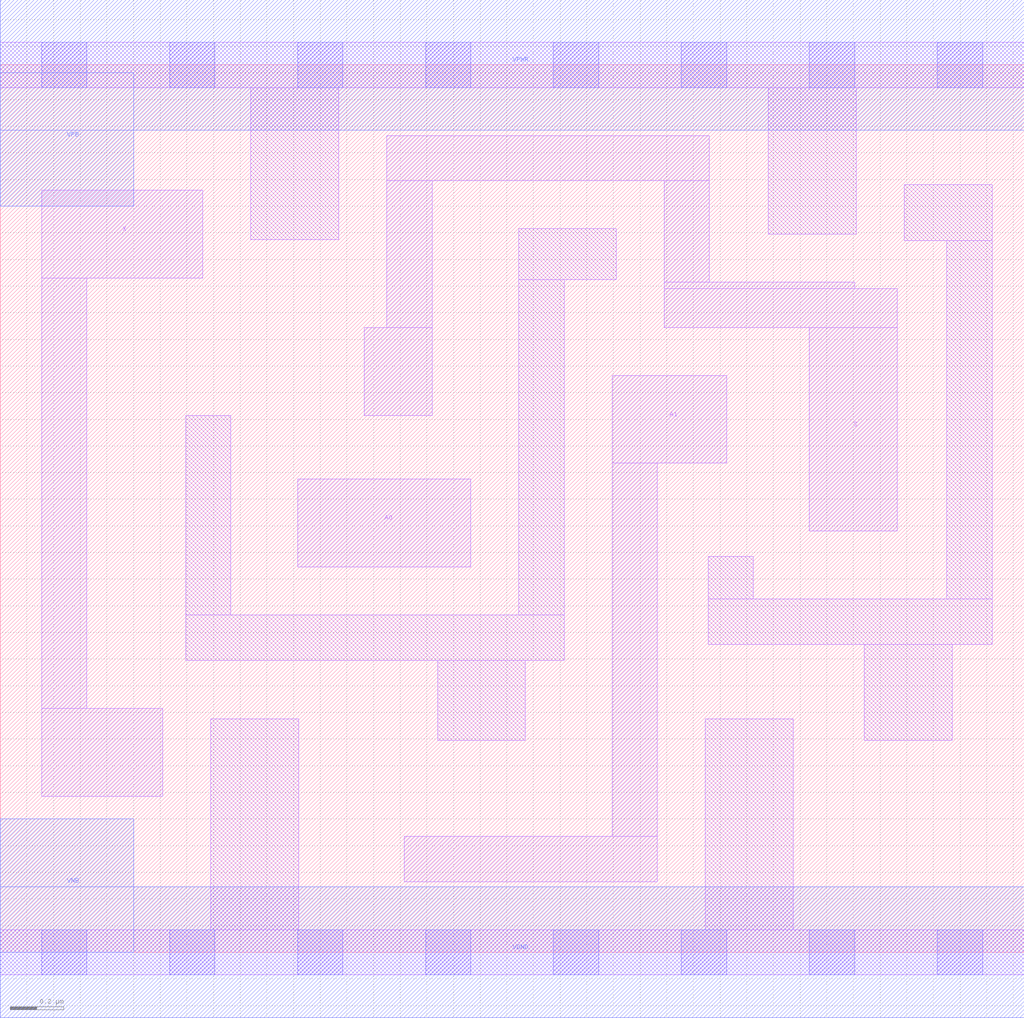
<source format=lef>
# Copyright 2020 The SkyWater PDK Authors
#
# Licensed under the Apache License, Version 2.0 (the "License");
# you may not use this file except in compliance with the License.
# You may obtain a copy of the License at
#
#     https://www.apache.org/licenses/LICENSE-2.0
#
# Unless required by applicable law or agreed to in writing, software
# distributed under the License is distributed on an "AS IS" BASIS,
# WITHOUT WARRANTIES OR CONDITIONS OF ANY KIND, either express or implied.
# See the License for the specific language governing permissions and
# limitations under the License.
#
# SPDX-License-Identifier: Apache-2.0

VERSION 5.5 ;
NAMESCASESENSITIVE ON ;
BUSBITCHARS "[]" ;
DIVIDERCHAR "/" ;
MACRO sky130_fd_sc_lp__mux2_m
  CLASS CORE ;
  SOURCE USER ;
  ORIGIN  0.000000  0.000000 ;
  SIZE  3.840000 BY  3.330000 ;
  SYMMETRY X Y R90 ;
  SITE unit ;
  PIN A0
    ANTENNAGATEAREA  0.126000 ;
    DIRECTION INPUT ;
    USE SIGNAL ;
    PORT
      LAYER li1 ;
        RECT 1.115000 1.445000 1.765000 1.775000 ;
    END
  END A0
  PIN A1
    ANTENNAGATEAREA  0.126000 ;
    DIRECTION INPUT ;
    USE SIGNAL ;
    PORT
      LAYER li1 ;
        RECT 1.515000 0.265000 2.465000 0.435000 ;
        RECT 2.295000 0.435000 2.465000 1.835000 ;
        RECT 2.295000 1.835000 2.725000 2.165000 ;
    END
  END A1
  PIN S
    ANTENNAGATEAREA  0.252000 ;
    DIRECTION INPUT ;
    USE SIGNAL ;
    PORT
      LAYER li1 ;
        RECT 1.365000 2.015000 1.620000 2.345000 ;
        RECT 1.450000 2.345000 1.620000 2.895000 ;
        RECT 1.450000 2.895000 2.660000 3.065000 ;
        RECT 2.490000 2.345000 3.365000 2.490000 ;
        RECT 2.490000 2.490000 3.205000 2.515000 ;
        RECT 2.490000 2.515000 2.660000 2.895000 ;
        RECT 3.035000 1.580000 3.365000 2.345000 ;
    END
  END S
  PIN X
    ANTENNADIFFAREA  0.231000 ;
    DIRECTION OUTPUT ;
    USE SIGNAL ;
    PORT
      LAYER li1 ;
        RECT 0.155000 0.585000 0.610000 0.915000 ;
        RECT 0.155000 0.915000 0.325000 2.530000 ;
        RECT 0.155000 2.530000 0.760000 2.860000 ;
    END
  END X
  PIN VGND
    DIRECTION INOUT ;
    USE GROUND ;
    PORT
      LAYER met1 ;
        RECT 0.000000 -0.245000 3.840000 0.245000 ;
    END
  END VGND
  PIN VNB
    DIRECTION INOUT ;
    USE GROUND ;
    PORT
      LAYER met1 ;
        RECT 0.000000 0.000000 0.500000 0.500000 ;
    END
  END VNB
  PIN VPB
    DIRECTION INOUT ;
    USE POWER ;
    PORT
      LAYER met1 ;
        RECT 0.000000 2.800000 0.500000 3.300000 ;
    END
  END VPB
  PIN VPWR
    DIRECTION INOUT ;
    USE POWER ;
    PORT
      LAYER met1 ;
        RECT 0.000000 3.085000 3.840000 3.575000 ;
    END
  END VPWR
  OBS
    LAYER li1 ;
      RECT 0.000000 -0.085000 3.840000 0.085000 ;
      RECT 0.000000  3.245000 3.840000 3.415000 ;
      RECT 0.695000  1.095000 2.115000 1.265000 ;
      RECT 0.695000  1.265000 0.865000 2.015000 ;
      RECT 0.790000  0.085000 1.120000 0.875000 ;
      RECT 0.940000  2.675000 1.270000 3.245000 ;
      RECT 1.640000  0.795000 1.970000 1.095000 ;
      RECT 1.945000  1.265000 2.115000 2.525000 ;
      RECT 1.945000  2.525000 2.310000 2.715000 ;
      RECT 2.645000  0.085000 2.975000 0.875000 ;
      RECT 2.655000  1.155000 3.720000 1.325000 ;
      RECT 2.655000  1.325000 2.825000 1.485000 ;
      RECT 2.880000  2.695000 3.210000 3.245000 ;
      RECT 3.240000  0.795000 3.570000 1.155000 ;
      RECT 3.390000  2.670000 3.720000 2.880000 ;
      RECT 3.550000  1.325000 3.720000 2.670000 ;
    LAYER mcon ;
      RECT 0.155000 -0.085000 0.325000 0.085000 ;
      RECT 0.155000  3.245000 0.325000 3.415000 ;
      RECT 0.635000 -0.085000 0.805000 0.085000 ;
      RECT 0.635000  3.245000 0.805000 3.415000 ;
      RECT 1.115000 -0.085000 1.285000 0.085000 ;
      RECT 1.115000  3.245000 1.285000 3.415000 ;
      RECT 1.595000 -0.085000 1.765000 0.085000 ;
      RECT 1.595000  3.245000 1.765000 3.415000 ;
      RECT 2.075000 -0.085000 2.245000 0.085000 ;
      RECT 2.075000  3.245000 2.245000 3.415000 ;
      RECT 2.555000 -0.085000 2.725000 0.085000 ;
      RECT 2.555000  3.245000 2.725000 3.415000 ;
      RECT 3.035000 -0.085000 3.205000 0.085000 ;
      RECT 3.035000  3.245000 3.205000 3.415000 ;
      RECT 3.515000 -0.085000 3.685000 0.085000 ;
      RECT 3.515000  3.245000 3.685000 3.415000 ;
  END
END sky130_fd_sc_lp__mux2_m

</source>
